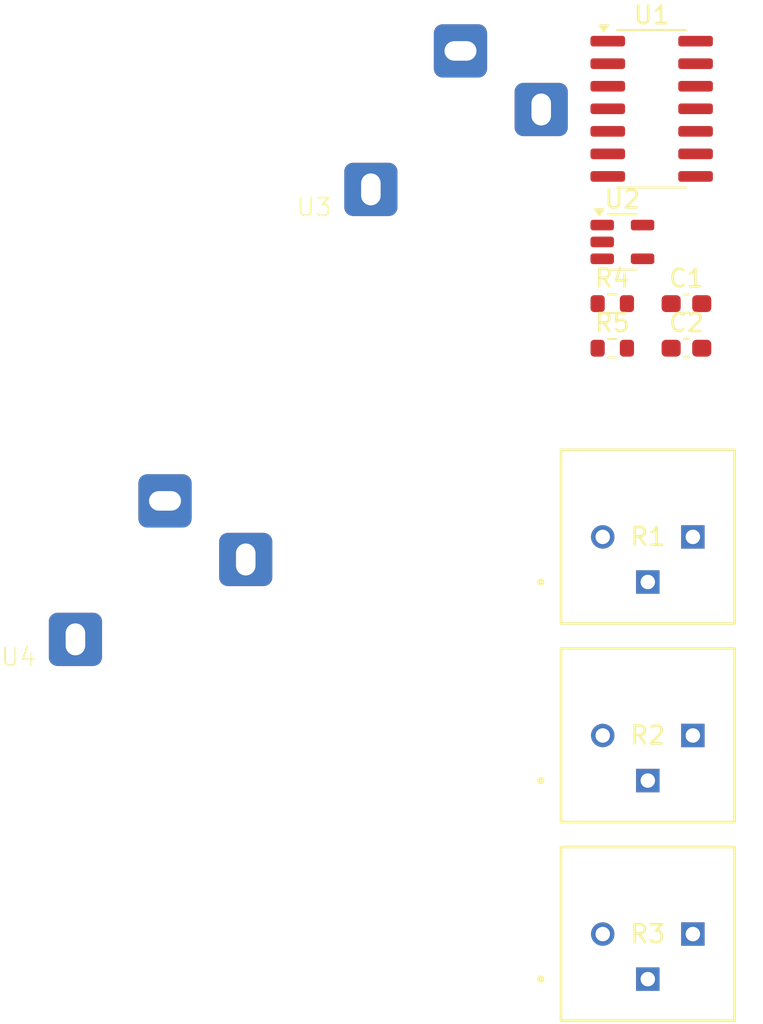
<source format=kicad_pcb>
(kicad_pcb (version 20240108) (generator "pcbnew") (generator_version "8.0")
  (layers (0 "F.Cu" signal) (31 "B.Cu" signal) (34 "B.Paste" user) (35 "F.Paste" user) (36 "B.SilkS" user "B.Silkscreen") (37 "F.SilkS" user "F.Silkscreen") (38 "B.Mask" user) (39 "F.Mask" user) (44 "Edge.Cuts" user))
  (net 0 "")
  (net 1 "VDD")
  (net 2 "GND")
  (net 3 "+3.3V")
  (net 4 "/VOUT")
  (net 5 "Net-(U1C--)")
  (net 6 "Net-(R1-Pad2)")
  (net 7 "Net-(U1D-+)")
  (net 8 "Net-(U1B-+)")
  (net 9 "Net-(U1A--)")
  (net 10 "Net-(U1A-+)")
  (net 11 "Net-(U1D--)")
  (footprint "Package_TO_SOT_SMD:SOT-23-5" (layer "F.Cu") (at -9.4725 63.015)
    (property "Reference" "U2" (at 0 -2.4 0) (layer "F.SilkS"))
    (property "Value" "MIC5317-3.3xM5")
    (fp_line (start 0 -1.56) (end -0.8 -1.56) (stroke (width 0.12)) (layer "F.SilkS"))
    (fp_line (start 0 -1.56) (end 0.8 -1.56) (stroke (width 0.12)) (layer "F.SilkS"))
    (fp_line (start 0 1.56) (end -0.8 1.56) (stroke (width 0.12)) (layer "F.SilkS"))
    (fp_line (start 0 1.56) (end 0.8 1.56) (stroke (width 0.12)) (layer "F.SilkS"))
    (fp_poly (pts (xy -1.3 -1.51) (xy -1.54 -1.84) (xy -1.06 -1.84) (xy -1.3 -1.51)) (stroke (width 0.12)) (fill solid) (layer "F.SilkS"))
    (pad "1" smd roundrect (at -1.1375 -0.95) (size 1.325 0.6) (layers "F.Cu" "F.Paste" "F.Mask") (net 1 "VDD"))
    (pad "2" smd roundrect (at -1.1375 0) (size 1.325 0.6) (layers "F.Cu" "F.Paste" "F.Mask") (net 2 "GND"))
    (pad "3" smd roundrect (at -1.1375 0.95) (size 1.325 0.6) (layers "F.Cu" "F.Paste" "F.Mask") (net 1 "VDD"))
    (pad "4" smd roundrect (at 1.1375 0.95) (size 1.325 0.6) (layers "F.Cu" "F.Paste" "F.Mask"))
    (pad "5" smd roundrect (at 1.1375 -0.95) (size 1.325 0.6) (layers "F.Cu" "F.Paste" "F.Mask") (net 3 "+3.3V"))
  )
  (footprint "Resistor_SMD:R_0603_1608Metric" (layer "F.Cu") (at -10.0425 66.49)
    (property "Reference" "R4" (at 0 -1.43 0) (layer "F.SilkS"))
    (property "Value" "10k")
    (fp_line (start -0.237258 -0.5225) (end 0.237258 -0.5225) (stroke (width 0.12)) (layer "F.SilkS"))
    (fp_line (start -0.237258 0.5225) (end 0.237258 0.5225) (stroke (width 0.12)) (layer "F.SilkS"))
    (pad "1" smd roundrect (at -0.825 0) (size 0.8 0.95) (layers "F.Cu" "F.Paste" "F.Mask") (net 5 "Net-(U1C--)"))
    (pad "2" smd roundrect (at 0.825 0) (size 0.8 0.95) (layers "F.Cu" "F.Paste" "F.Mask") (net 4 "/VOUT"))
  )
  (footprint "Library:3.5mm Socket" (layer "F.Cu") (at -23.6475 60.055)
    (property "Reference" "U3" (at -3.2 1 0) (layer "F.SilkS") (effects (font (thickness 0.1))))
    (property "Value" "~")
    (pad "1" thru_hole roundrect (at 5.05 -7.8) (size 3 3) (drill oval 1.8 1.1) (layers "*.Cu" "*.Mask") (roundrect_rratio 0.1640419948) (net 2 "GND"))
    (pad "2" thru_hole roundrect (at 9.6 -4.5 90) (size 3 3) (drill oval 1.8 1.1) (layers "*.Cu" "*.Mask") (roundrect_rratio 0.1640419948))
    (pad "3" thru_hole roundrect (at 0 0 90) (size 3 3) (drill oval 1.8 1.1) (layers "*.Cu" "*.Mask") (roundrect_rratio 0.1640419948) (net 7 "Net-(U1D-+)"))
  )
  (footprint "POT33:POT_3386P" (layer "F.Cu") (at -10.58 102)
    (property "Reference" "R3" (at 2.54 -0.0127 0) (layer "F.SilkS"))
    (property "Value" "3386P-1-103LF")
    (fp_line (start -2.3495 -4.9022) (end 7.4295 -4.9022) (stroke (width 0.1524)) (layer "F.SilkS"))
    (fp_line (start -2.3495 4.8768) (end -2.3495 -4.9022) (stroke (width 0.1524)) (layer "F.SilkS"))
    (fp_line (start 7.4295 -4.9022) (end 7.4295 4.8768) (stroke (width 0.1524)) (layer "F.SilkS"))
    (fp_line (start 7.4295 4.8768) (end -2.3495 4.8768) (stroke (width 0.1524)) (layer "F.SilkS"))
    (fp_circle (center -3.4925 2.54) (end -3.3655 2.54) (stroke (width 0.1524)) (fill none) (layer "F.SilkS"))
    (pad "1" thru_hole circle (at 0 0) (size 1.3208 1.3208) (drill 0.8128) (layers "*.Cu" "*.Mask") (net 2 "GND"))
    (pad "2" thru_hole rect (at 2.54 2.54) (size 1.3208 1.3208) (drill 0.8128) (layers "*.Cu" "*.Mask") (net 8 "Net-(U1B-+)"))
    (pad "3" thru_hole rect (at 5.08 0) (size 1.3208 1.3208) (drill 0.8128) (layers "*.Cu" "*.Mask") (net 9 "Net-(U1A--)"))
  )
  (footprint "Resistor_SMD:R_0603_1608Metric" (layer "F.Cu") (at -10.0425 69)
    (property "Reference" "R5" (at 0 -1.43 0) (layer "F.SilkS"))
    (property "Value" "10k")
    (fp_line (start -0.237258 -0.5225) (end 0.237258 -0.5225) (stroke (width 0.12)) (layer "F.SilkS"))
    (fp_line (start -0.237258 0.5225) (end 0.237258 0.5225) (stroke (width 0.12)) (layer "F.SilkS"))
    (pad "1" smd roundrect (at -0.825 0) (size 0.8 0.95) (layers "F.Cu" "F.Paste" "F.Mask") (net 6 "Net-(R1-Pad2)"))
    (pad "2" smd roundrect (at 0.825 0) (size 0.8 0.95) (layers "F.Cu" "F.Paste" "F.Mask") (net 5 "Net-(U1C--)"))
  )
  (footprint "Package_SO:SOIC-14_3.9x8.7mm_P1.27mm" (layer "F.Cu") (at -7.8225 55.515)
    (property "Reference" "U1" (at 0 -5.28 0) (layer "F.SilkS"))
    (property "Value" "LM324")
    (fp_line (start 0 -4.435) (end -1.95 -4.435) (stroke (width 0.12)) (layer "F.SilkS"))
    (fp_line (start 0 -4.435) (end 1.95 -4.435) (stroke (width 0.12)) (layer "F.SilkS"))
    (fp_line (start 0 4.435) (end -1.95 4.435) (stroke (width 0.12)) (layer "F.SilkS"))
    (fp_line (start 0 4.435) (end 1.95 4.435) (stroke (width 0.12)) (layer "F.SilkS"))
    (fp_poly (pts (xy -2.7 -4.37) (xy -2.94 -4.7) (xy -2.46 -4.7) (xy -2.7 -4.37)) (stroke (width 0.12)) (fill solid) (layer "F.SilkS"))
    (pad "1" smd roundrect (at -2.475 -3.81) (size 1.95 0.6) (layers "F.Cu" "F.Paste" "F.Mask") (net 9 "Net-(U1A--)"))
    (pad "2" smd roundrect (at -2.475 -2.54) (size 1.95 0.6) (layers "F.Cu" "F.Paste" "F.Mask") (net 9 "Net-(U1A--)"))
    (pad "3" smd roundrect (at -2.475 -1.27) (size 1.95 0.6) (layers "F.Cu" "F.Paste" "F.Mask") (net 10 "Net-(U1A-+)"))
    (pad "4" smd roundrect (at -2.475 0) (size 1.95 0.6) (layers "F.Cu" "F.Paste" "F.Mask") (net 3 "+3.3V"))
    (pad "5" smd roundrect (at -2.475 1.27) (size 1.95 0.6) (layers "F.Cu" "F.Paste" "F.Mask") (net 8 "Net-(U1B-+)"))
    (pad "6" smd roundrect (at -2.475 2.54) (size 1.95 0.6) (layers "F.Cu" "F.Paste" "F.Mask") (net 2 "GND"))
    (pad "7" smd roundrect (at -2.475 3.81) (size 1.95 0.6) (layers "F.Cu" "F.Paste" "F.Mask") (net 6 "Net-(R1-Pad2)"))
    (pad "8" smd roundrect (at 2.475 3.81) (size 1.95 0.6) (layers "F.Cu" "F.Paste" "F.Mask") (net 4 "/VOUT"))
    (pad "9" smd roundrect (at 2.475 2.54) (size 1.95 0.6) (layers "F.Cu" "F.Paste" "F.Mask") (net 5 "Net-(U1C--)"))
    (pad "10" smd roundrect (at 2.475 1.27) (size 1.95 0.6) (layers "F.Cu" "F.Paste" "F.Mask") (net 2 "GND"))
    (pad "11" smd roundrect (at 2.475 0) (size 1.95 0.6) (layers "F.Cu" "F.Paste" "F.Mask") (net 2 "GND"))
    (pad "12" smd roundrect (at 2.475 -1.27) (size 1.95 0.6) (layers "F.Cu" "F.Paste" "F.Mask") (net 7 "Net-(U1D-+)"))
    (pad "13" smd roundrect (at 2.475 -2.54) (size 1.95 0.6) (layers "F.Cu" "F.Paste" "F.Mask") (net 11 "Net-(U1D--)"))
    (pad "14" smd roundrect (at 2.475 -3.81) (size 1.95 0.6) (layers "F.Cu" "F.Paste" "F.Mask") (net 11 "Net-(U1D--)"))
  )
  (footprint "Capacitor_SMD:C_0603_1608Metric_Pad1.08x0.95mm_HandSolder" (layer "F.Cu") (at -5.8625 69)
    (property "Reference" "C2" (at 0 -1.43 0) (layer "F.SilkS"))
    (property "Value" "1uF")
    (fp_line (start -0.146267 -0.51) (end 0.146267 -0.51) (stroke (width 0.12)) (layer "F.SilkS"))
    (fp_line (start -0.146267 0.51) (end 0.146267 0.51) (stroke (width 0.12)) (layer "F.SilkS"))
    (pad "1" smd roundrect (at -0.8625 0) (size 1.075 0.95) (layers "F.Cu" "F.Paste" "F.Mask") (net 3 "+3.3V"))
    (pad "2" smd roundrect (at 0.8625 0) (size 1.075 0.95) (layers "F.Cu" "F.Paste" "F.Mask") (net 2 "GND"))
  )
  (footprint "POT33:POT_3386P" (layer "F.Cu") (at -10.58 79.6292)
    (property "Reference" "R1" (at 2.54 -0.0127 0) (layer "F.SilkS"))
    (property "Value" "3386P-1-103LF")
    (fp_line (start -2.3495 -4.9022) (end 7.4295 -4.9022) (stroke (width 0.1524)) (layer "F.SilkS"))
    (fp_line (start -2.3495 4.8768) (end -2.3495 -4.9022) (stroke (width 0.1524)) (layer "F.SilkS"))
    (fp_line (start 7.4295 -4.9022) (end 7.4295 4.8768) (stroke (width 0.1524)) (layer "F.SilkS"))
    (fp_line (start 7.4295 4.8768) (end -2.3495 4.8768) (stroke (width 0.1524)) (layer "F.SilkS"))
    (fp_circle (center -3.4925 2.54) (end -3.3655 2.54) (stroke (width 0.1524)) (fill none) (layer "F.SilkS"))
    (pad "1" thru_hole circle (at 0 0) (size 1.3208 1.3208) (drill 0.8128) (layers "*.Cu" "*.Mask") (net 8 "Net-(U1B-+)"))
    (pad "2" thru_hole rect (at 2.54 2.54) (size 1.3208 1.3208) (drill 0.8128) (layers "*.Cu" "*.Mask") (net 6 "Net-(R1-Pad2)"))
    (pad "3" thru_hole rect (at 5.08 0) (size 1.3208 1.3208) (drill 0.8128) (layers "*.Cu" "*.Mask") (net 2 "GND"))
  )
  (footprint "Library:3.5mm Socket" (layer "F.Cu") (at -40.3 85.4)
    (property "Reference" "U4" (at -3.2 1 0) (layer "F.SilkS") (effects (font (thickness 0.1))))
    (property "Value" "~")
    (pad "1" thru_hole roundrect (at 5.05 -7.8) (size 3 3) (drill oval 1.8 1.1) (layers "*.Cu" "*.Mask") (roundrect_rratio 0.1640419948) (net 2 "GND"))
    (pad "2" thru_hole roundrect (at 9.6 -4.5 90) (size 3 3) (drill oval 1.8 1.1) (layers "*.Cu" "*.Mask") (roundrect_rratio 0.1640419948))
    (pad "3" thru_hole roundrect (at 0 0 90) (size 3 3) (drill oval 1.8 1.1) (layers "*.Cu" "*.Mask") (roundrect_rratio 0.1640419948) (net 10 "Net-(U1A-+)"))
  )
  (footprint "Capacitor_SMD:C_0603_1608Metric_Pad1.08x0.95mm_HandSolder" (layer "F.Cu") (at -5.8625 66.49)
    (property "Reference" "C1" (at 0 -1.43 0) (layer "F.SilkS"))
    (property "Value" "1uF")
    (fp_line (start -0.146267 -0.51) (end 0.146267 -0.51) (stroke (width 0.12)) (layer "F.SilkS"))
    (fp_line (start -0.146267 0.51) (end 0.146267 0.51) (stroke (width 0.12)) (layer "F.SilkS"))
    (pad "1" smd roundrect (at -0.8625 0) (size 1.075 0.95) (layers "F.Cu" "F.Paste" "F.Mask") (net 1 "VDD"))
    (pad "2" smd roundrect (at 0.8625 0) (size 1.075 0.95) (layers "F.Cu" "F.Paste" "F.Mask") (net 2 "GND"))
  )
  (footprint "POT33:POT_3386P" (layer "F.Cu") (at -10.58 90.8146)
    (property "Reference" "R2" (at 2.54 -0.0127 0) (layer "F.SilkS"))
    (property "Value" "3386P-1-103LF")
    (fp_line (start -2.3495 -4.9022) (end 7.4295 -4.9022) (stroke (width 0.1524)) (layer "F.SilkS"))
    (fp_line (start -2.3495 4.8768) (end -2.3495 -4.9022) (stroke (width 0.1524)) (layer "F.SilkS"))
    (fp_line (start 7.4295 -4.9022) (end 7.4295 4.8768) (stroke (width 0.1524)) (layer "F.SilkS"))
    (fp_line (start 7.4295 4.8768) (end -2.3495 4.8768) (stroke (width 0.1524)) (layer "F.SilkS"))
    (fp_circle (center -3.4925 2.54) (end -3.3655 2.54) (stroke (width 0.1524)) (fill none) (layer "F.SilkS"))
    (pad "1" thru_hole circle (at 0 0) (size 1.3208 1.3208) (drill 0.8128) (layers "*.Cu" "*.Mask") (net 2 "GND"))
    (pad "2" thru_hole rect (at 2.54 2.54) (size 1.3208 1.3208) (drill 0.8128) (layers "*.Cu" "*.Mask") (net 8 "Net-(U1B-+)"))
    (pad "3" thru_hole rect (at 5.08 0) (size 1.3208 1.3208) (drill 0.8128) (layers "*.Cu" "*.Mask") (net 11 "Net-(U1D--)"))
  )
)
</source>
